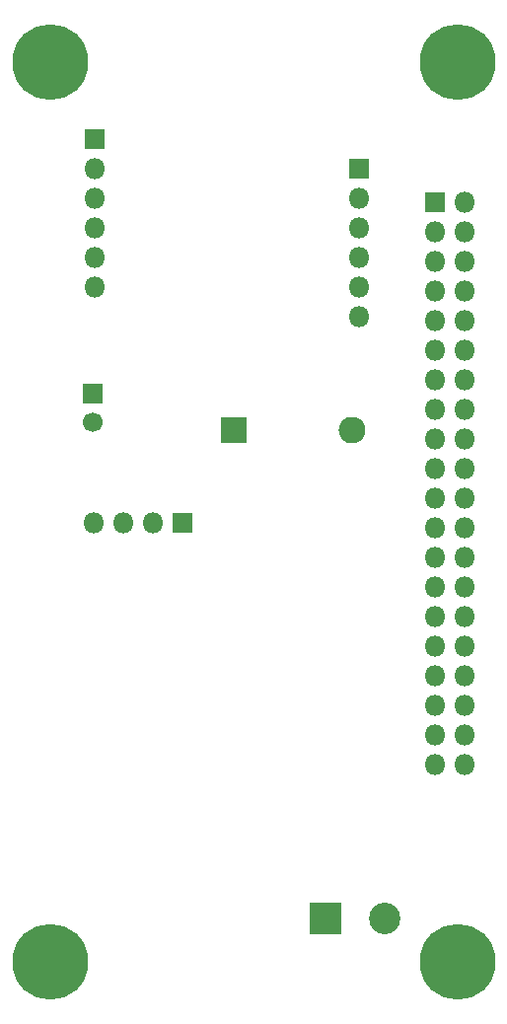
<source format=gbs>
G04 #@! TF.GenerationSoftware,KiCad,Pcbnew,5.1.6+dfsg1-1*
G04 #@! TF.CreationDate,2021-04-08T12:45:13+02:00*
G04 #@! TF.ProjectId,gsm-rtc-board,67736d2d-7274-4632-9d62-6f6172642e6b,rev?*
G04 #@! TF.SameCoordinates,Original*
G04 #@! TF.FileFunction,Soldermask,Bot*
G04 #@! TF.FilePolarity,Negative*
%FSLAX46Y46*%
G04 Gerber Fmt 4.6, Leading zero omitted, Abs format (unit mm)*
G04 Created by KiCad (PCBNEW 5.1.6+dfsg1-1) date 2021-04-08 12:45:13*
%MOMM*%
%LPD*%
G01*
G04 APERTURE LIST*
%ADD10O,1.800000X1.800000*%
%ADD11R,1.800000X1.800000*%
%ADD12C,6.500000*%
%ADD13C,2.700000*%
%ADD14R,2.700000X2.700000*%
%ADD15O,2.300000X2.300000*%
%ADD16R,2.300000X2.300000*%
%ADD17C,1.700000*%
%ADD18R,1.700000X1.700000*%
G04 APERTURE END LIST*
D10*
X77760000Y-108400000D03*
X80300000Y-108400000D03*
X82840000Y-108400000D03*
D11*
X85380000Y-108400000D03*
D12*
X74000000Y-146100000D03*
X109000000Y-146100000D03*
X109000000Y-68900000D03*
X74000000Y-68900000D03*
D10*
X100500000Y-90700000D03*
X100500000Y-88160000D03*
X100500000Y-85620000D03*
X100500000Y-83080000D03*
X100500000Y-80540000D03*
D11*
X100500000Y-78000000D03*
D10*
X77800000Y-88200000D03*
X77800000Y-85660000D03*
X77800000Y-83120000D03*
X77800000Y-80580000D03*
X77800000Y-78040000D03*
D11*
X77800000Y-75500000D03*
D10*
X109600000Y-129140000D03*
X107060000Y-129140000D03*
X109600000Y-126600000D03*
X107060000Y-126600000D03*
X109600000Y-124060000D03*
X107060000Y-124060000D03*
X109600000Y-121520000D03*
X107060000Y-121520000D03*
X109600000Y-118980000D03*
X107060000Y-118980000D03*
X109600000Y-116440000D03*
X107060000Y-116440000D03*
X109600000Y-113900000D03*
X107060000Y-113900000D03*
X109600000Y-111360000D03*
X107060000Y-111360000D03*
X109600000Y-108820000D03*
X107060000Y-108820000D03*
X109600000Y-106280000D03*
X107060000Y-106280000D03*
X109600000Y-103740000D03*
X107060000Y-103740000D03*
X109600000Y-101200000D03*
X107060000Y-101200000D03*
X109600000Y-98660000D03*
X107060000Y-98660000D03*
X109600000Y-96120000D03*
X107060000Y-96120000D03*
X109600000Y-93580000D03*
X107060000Y-93580000D03*
X109600000Y-91040000D03*
X107060000Y-91040000D03*
X109600000Y-88500000D03*
X107060000Y-88500000D03*
X109600000Y-85960000D03*
X107060000Y-85960000D03*
X109600000Y-83420000D03*
X107060000Y-83420000D03*
X109600000Y-80880000D03*
D11*
X107060000Y-80880000D03*
D13*
X102690000Y-142390000D03*
D14*
X97610000Y-142390000D03*
D15*
X99960000Y-100500000D03*
D16*
X89800000Y-100500000D03*
D17*
X77700000Y-99800000D03*
D18*
X77700000Y-97300000D03*
M02*

</source>
